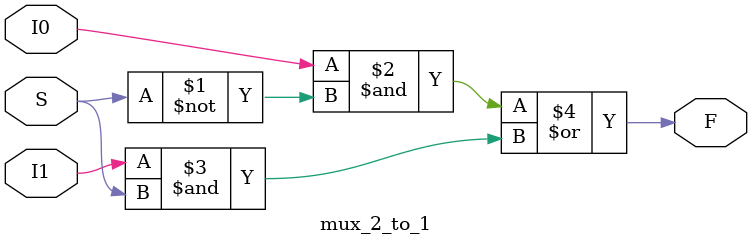
<source format=v>
`timescale 1ns / 1ps


module mux_2_to_1(
        input I0, I1, S,
        output F
    );
    
    assign F = (I0 & ~S) | (I1 & S);
endmodule

</source>
